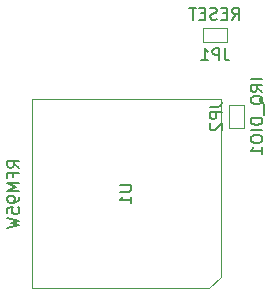
<source format=gbr>
%TF.GenerationSoftware,KiCad,Pcbnew,5.1.7-a382d34a8~87~ubuntu20.04.1*%
%TF.CreationDate,2021-02-22T15:40:43+01:00*%
%TF.ProjectId,smartyreader_ng_lora,736d6172-7479-4726-9561-6465725f6e67,rev?*%
%TF.SameCoordinates,Original*%
%TF.FileFunction,Other,Fab,Bot*%
%FSLAX46Y46*%
G04 Gerber Fmt 4.6, Leading zero omitted, Abs format (unit mm)*
G04 Created by KiCad (PCBNEW 5.1.7-a382d34a8~87~ubuntu20.04.1) date 2021-02-22 15:40:43*
%MOMM*%
%LPD*%
G01*
G04 APERTURE LIST*
%ADD10C,0.100000*%
%ADD11C,0.150000*%
G04 APERTURE END LIST*
D10*
%TO.C,U1*%
X143810000Y-126126000D02*
X143810000Y-111126000D01*
X127810000Y-111126000D02*
X143810000Y-111126000D01*
X127810000Y-127126000D02*
X127810000Y-111126000D01*
X127810000Y-127126000D02*
X142810000Y-127126000D01*
X143810000Y-126126000D02*
X142810000Y-127126000D01*
%TO.C,JP2*%
X145781000Y-111569000D02*
X144541000Y-111569000D01*
X145781000Y-113569000D02*
X145781000Y-111569000D01*
X144541000Y-113569000D02*
X145781000Y-113569000D01*
X144541000Y-111569000D02*
X144541000Y-113569000D01*
%TO.C,JP1*%
X142336000Y-105044000D02*
X142336000Y-106284000D01*
X144336000Y-105044000D02*
X142336000Y-105044000D01*
X144336000Y-106284000D02*
X144336000Y-105044000D01*
X142336000Y-106284000D02*
X144336000Y-106284000D01*
%TD*%
%TO.C,U1*%
D11*
X126762380Y-116911714D02*
X126286190Y-116578380D01*
X126762380Y-116340285D02*
X125762380Y-116340285D01*
X125762380Y-116721238D01*
X125810000Y-116816476D01*
X125857619Y-116864095D01*
X125952857Y-116911714D01*
X126095714Y-116911714D01*
X126190952Y-116864095D01*
X126238571Y-116816476D01*
X126286190Y-116721238D01*
X126286190Y-116340285D01*
X126238571Y-117673619D02*
X126238571Y-117340285D01*
X126762380Y-117340285D02*
X125762380Y-117340285D01*
X125762380Y-117816476D01*
X126762380Y-118197428D02*
X125762380Y-118197428D01*
X126476666Y-118530761D01*
X125762380Y-118864095D01*
X126762380Y-118864095D01*
X126762380Y-119387904D02*
X126762380Y-119578380D01*
X126714761Y-119673619D01*
X126667142Y-119721238D01*
X126524285Y-119816476D01*
X126333809Y-119864095D01*
X125952857Y-119864095D01*
X125857619Y-119816476D01*
X125810000Y-119768857D01*
X125762380Y-119673619D01*
X125762380Y-119483142D01*
X125810000Y-119387904D01*
X125857619Y-119340285D01*
X125952857Y-119292666D01*
X126190952Y-119292666D01*
X126286190Y-119340285D01*
X126333809Y-119387904D01*
X126381428Y-119483142D01*
X126381428Y-119673619D01*
X126333809Y-119768857D01*
X126286190Y-119816476D01*
X126190952Y-119864095D01*
X125762380Y-120768857D02*
X125762380Y-120292666D01*
X126238571Y-120245047D01*
X126190952Y-120292666D01*
X126143333Y-120387904D01*
X126143333Y-120626000D01*
X126190952Y-120721238D01*
X126238571Y-120768857D01*
X126333809Y-120816476D01*
X126571904Y-120816476D01*
X126667142Y-120768857D01*
X126714761Y-120721238D01*
X126762380Y-120626000D01*
X126762380Y-120387904D01*
X126714761Y-120292666D01*
X126667142Y-120245047D01*
X125762380Y-121149809D02*
X126762380Y-121387904D01*
X126048095Y-121578380D01*
X126762380Y-121768857D01*
X125762380Y-122006952D01*
X135262380Y-118364095D02*
X136071904Y-118364095D01*
X136167142Y-118411714D01*
X136214761Y-118459333D01*
X136262380Y-118554571D01*
X136262380Y-118745047D01*
X136214761Y-118840285D01*
X136167142Y-118887904D01*
X136071904Y-118935523D01*
X135262380Y-118935523D01*
X136262380Y-119935523D02*
X136262380Y-119364095D01*
X136262380Y-119649809D02*
X135262380Y-119649809D01*
X135405238Y-119554571D01*
X135500476Y-119459333D01*
X135548095Y-119364095D01*
%TO.C,JP2*%
X147363380Y-109426142D02*
X146363380Y-109426142D01*
X147363380Y-110473761D02*
X146887190Y-110140428D01*
X147363380Y-109902333D02*
X146363380Y-109902333D01*
X146363380Y-110283285D01*
X146411000Y-110378523D01*
X146458619Y-110426142D01*
X146553857Y-110473761D01*
X146696714Y-110473761D01*
X146791952Y-110426142D01*
X146839571Y-110378523D01*
X146887190Y-110283285D01*
X146887190Y-109902333D01*
X147458619Y-111569000D02*
X147411000Y-111473761D01*
X147315761Y-111378523D01*
X147172904Y-111235666D01*
X147125285Y-111140428D01*
X147125285Y-111045190D01*
X147363380Y-111092809D02*
X147315761Y-110997571D01*
X147220523Y-110902333D01*
X147030047Y-110854714D01*
X146696714Y-110854714D01*
X146506238Y-110902333D01*
X146411000Y-110997571D01*
X146363380Y-111092809D01*
X146363380Y-111283285D01*
X146411000Y-111378523D01*
X146506238Y-111473761D01*
X146696714Y-111521380D01*
X147030047Y-111521380D01*
X147220523Y-111473761D01*
X147315761Y-111378523D01*
X147363380Y-111283285D01*
X147363380Y-111092809D01*
X147458619Y-111711857D02*
X147458619Y-112473761D01*
X147363380Y-112711857D02*
X146363380Y-112711857D01*
X146363380Y-112949952D01*
X146411000Y-113092809D01*
X146506238Y-113188047D01*
X146601476Y-113235666D01*
X146791952Y-113283285D01*
X146934809Y-113283285D01*
X147125285Y-113235666D01*
X147220523Y-113188047D01*
X147315761Y-113092809D01*
X147363380Y-112949952D01*
X147363380Y-112711857D01*
X147363380Y-113711857D02*
X146363380Y-113711857D01*
X146363380Y-114378523D02*
X146363380Y-114569000D01*
X146411000Y-114664238D01*
X146506238Y-114759476D01*
X146696714Y-114807095D01*
X147030047Y-114807095D01*
X147220523Y-114759476D01*
X147315761Y-114664238D01*
X147363380Y-114569000D01*
X147363380Y-114378523D01*
X147315761Y-114283285D01*
X147220523Y-114188047D01*
X147030047Y-114140428D01*
X146696714Y-114140428D01*
X146506238Y-114188047D01*
X146411000Y-114283285D01*
X146363380Y-114378523D01*
X147363380Y-115759476D02*
X147363380Y-115188047D01*
X147363380Y-115473761D02*
X146363380Y-115473761D01*
X146506238Y-115378523D01*
X146601476Y-115283285D01*
X146649095Y-115188047D01*
X142913380Y-111735666D02*
X143627666Y-111735666D01*
X143770523Y-111688047D01*
X143865761Y-111592809D01*
X143913380Y-111449952D01*
X143913380Y-111354714D01*
X143913380Y-112211857D02*
X142913380Y-112211857D01*
X142913380Y-112592809D01*
X142961000Y-112688047D01*
X143008619Y-112735666D01*
X143103857Y-112783285D01*
X143246714Y-112783285D01*
X143341952Y-112735666D01*
X143389571Y-112688047D01*
X143437190Y-112592809D01*
X143437190Y-112211857D01*
X143008619Y-113164238D02*
X142961000Y-113211857D01*
X142913380Y-113307095D01*
X142913380Y-113545190D01*
X142961000Y-113640428D01*
X143008619Y-113688047D01*
X143103857Y-113735666D01*
X143199095Y-113735666D01*
X143341952Y-113688047D01*
X143913380Y-113116619D01*
X143913380Y-113735666D01*
%TO.C,JP1*%
X144788380Y-104366380D02*
X145121714Y-103890190D01*
X145359809Y-104366380D02*
X145359809Y-103366380D01*
X144978857Y-103366380D01*
X144883619Y-103414000D01*
X144836000Y-103461619D01*
X144788380Y-103556857D01*
X144788380Y-103699714D01*
X144836000Y-103794952D01*
X144883619Y-103842571D01*
X144978857Y-103890190D01*
X145359809Y-103890190D01*
X144359809Y-103842571D02*
X144026476Y-103842571D01*
X143883619Y-104366380D02*
X144359809Y-104366380D01*
X144359809Y-103366380D01*
X143883619Y-103366380D01*
X143502666Y-104318761D02*
X143359809Y-104366380D01*
X143121714Y-104366380D01*
X143026476Y-104318761D01*
X142978857Y-104271142D01*
X142931238Y-104175904D01*
X142931238Y-104080666D01*
X142978857Y-103985428D01*
X143026476Y-103937809D01*
X143121714Y-103890190D01*
X143312190Y-103842571D01*
X143407428Y-103794952D01*
X143455047Y-103747333D01*
X143502666Y-103652095D01*
X143502666Y-103556857D01*
X143455047Y-103461619D01*
X143407428Y-103414000D01*
X143312190Y-103366380D01*
X143074095Y-103366380D01*
X142931238Y-103414000D01*
X142502666Y-103842571D02*
X142169333Y-103842571D01*
X142026476Y-104366380D02*
X142502666Y-104366380D01*
X142502666Y-103366380D01*
X142026476Y-103366380D01*
X141740761Y-103366380D02*
X141169333Y-103366380D01*
X141455047Y-104366380D02*
X141455047Y-103366380D01*
X144169333Y-106816380D02*
X144169333Y-107530666D01*
X144216952Y-107673523D01*
X144312190Y-107768761D01*
X144455047Y-107816380D01*
X144550285Y-107816380D01*
X143693142Y-107816380D02*
X143693142Y-106816380D01*
X143312190Y-106816380D01*
X143216952Y-106864000D01*
X143169333Y-106911619D01*
X143121714Y-107006857D01*
X143121714Y-107149714D01*
X143169333Y-107244952D01*
X143216952Y-107292571D01*
X143312190Y-107340190D01*
X143693142Y-107340190D01*
X142169333Y-107816380D02*
X142740761Y-107816380D01*
X142455047Y-107816380D02*
X142455047Y-106816380D01*
X142550285Y-106959238D01*
X142645523Y-107054476D01*
X142740761Y-107102095D01*
%TD*%
M02*

</source>
